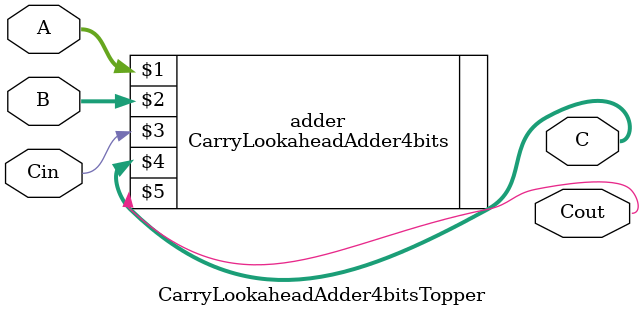
<source format=v>
module CarryLookaheadAdder4bitsTopper(
    input [3:0] A,
    input [3:0] B,
    input Cin,
    output [3:0] C,
    output Cout
);

CarryLookaheadAdder4bits adder(A,B,Cin,C,Cout);

endmodule

</source>
